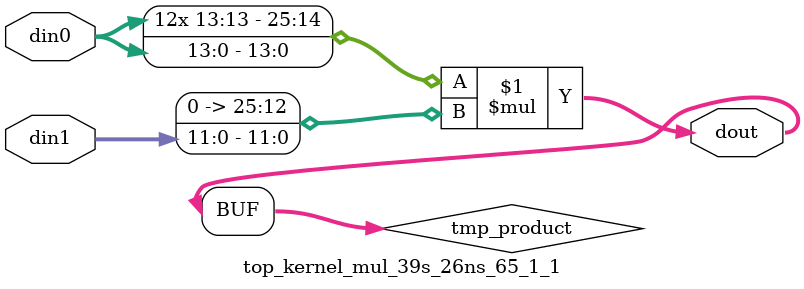
<source format=v>

`timescale 1 ns / 1 ps

 module top_kernel_mul_39s_26ns_65_1_1(din0, din1, dout);
parameter ID = 1;
parameter NUM_STAGE = 0;
parameter din0_WIDTH = 14;
parameter din1_WIDTH = 12;
parameter dout_WIDTH = 26;

input [din0_WIDTH - 1 : 0] din0; 
input [din1_WIDTH - 1 : 0] din1; 
output [dout_WIDTH - 1 : 0] dout;

wire signed [dout_WIDTH - 1 : 0] tmp_product;


























assign tmp_product = $signed(din0) * $signed({1'b0, din1});









assign dout = tmp_product;





















endmodule

</source>
